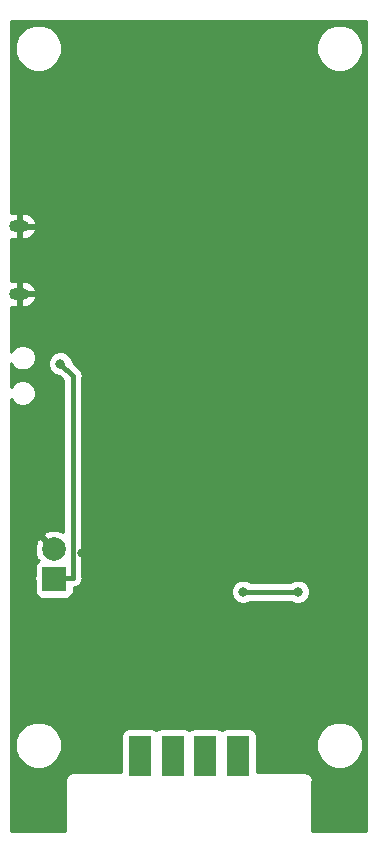
<source format=gbl>
G04 #@! TF.GenerationSoftware,KiCad,Pcbnew,5.0.2-bee76a0~70~ubuntu16.04.1*
G04 #@! TF.CreationDate,2020-11-05T23:54:09+01:00*
G04 #@! TF.ProjectId,BTSerialClient,42545365-7269-4616-9c43-6c69656e742e,rev?*
G04 #@! TF.SameCoordinates,Original*
G04 #@! TF.FileFunction,Copper,L2,Bot*
G04 #@! TF.FilePolarity,Positive*
%FSLAX46Y46*%
G04 Gerber Fmt 4.6, Leading zero omitted, Abs format (unit mm)*
G04 Created by KiCad (PCBNEW 5.0.2-bee76a0~70~ubuntu16.04.1) date tor  5 nov 2020 23:54:09*
%MOMM*%
%LPD*%
G01*
G04 APERTURE LIST*
G04 #@! TA.AperFunction,ComponentPad*
%ADD10O,1.700000X1.000000*%
G04 #@! TD*
G04 #@! TA.AperFunction,ComponentPad*
%ADD11C,0.500000*%
G04 #@! TD*
G04 #@! TA.AperFunction,ComponentPad*
%ADD12R,2.000000X2.000000*%
G04 #@! TD*
G04 #@! TA.AperFunction,ComponentPad*
%ADD13C,2.000000*%
G04 #@! TD*
G04 #@! TA.AperFunction,SMDPad,CuDef*
%ADD14R,1.846667X3.480000*%
G04 #@! TD*
G04 #@! TA.AperFunction,ViaPad*
%ADD15C,0.800000*%
G04 #@! TD*
G04 #@! TA.AperFunction,Conductor*
%ADD16C,0.400000*%
G04 #@! TD*
G04 #@! TA.AperFunction,Conductor*
%ADD17C,0.254000*%
G04 #@! TD*
G04 APERTURE END LIST*
D10*
G04 #@! TO.P,J1,6*
G04 #@! TO.N,GND*
X106770640Y-58807680D03*
X106770640Y-53057680D03*
D11*
X109120640Y-57932680D03*
X109120640Y-53932680D03*
G04 #@! TD*
D12*
G04 #@! TO.P,BT1,1*
G04 #@! TO.N,BatteryPower*
X109743240Y-82961480D03*
D13*
G04 #@! TO.P,BT1,2*
G04 #@! TO.N,GND*
X109743240Y-80421480D03*
G04 #@! TD*
D14*
G04 #@! TO.P,J2,6*
G04 #@! TO.N,Net-(J2-Pad6)*
X117015700Y-97947600D03*
G04 #@! TO.P,J2,7*
G04 #@! TO.N,Net-(J2-Pad7)*
X119785700Y-97947600D03*
G04 #@! TO.P,J2,8*
G04 #@! TO.N,Net-(J2-Pad8)*
X122555700Y-97947600D03*
G04 #@! TO.P,J2,9*
G04 #@! TO.N,Net-(J2-Pad9)*
X125325700Y-97947600D03*
G04 #@! TD*
D15*
G04 #@! TO.N,BatteryPower*
X110269481Y-64705681D03*
G04 #@! TO.N,GND*
X130550920Y-39151560D03*
X134508240Y-42768520D03*
X131079240Y-45928280D03*
X135219440Y-61300360D03*
X130281680Y-64983360D03*
X123687840Y-57617360D03*
X133451600Y-85714840D03*
X133451600Y-91694000D03*
X131070000Y-93670000D03*
X111250000Y-94390000D03*
X116260880Y-91038680D03*
X117485160Y-78907640D03*
X126009400Y-72405240D03*
X115478560Y-76154280D03*
X108132880Y-71887080D03*
X115529360Y-67076320D03*
X114315240Y-61655960D03*
X108666280Y-46725840D03*
X124668280Y-68244720D03*
X121173240Y-64485520D03*
X122301000Y-72369680D03*
X114447320Y-70185280D03*
X112770920Y-74493120D03*
X116291360Y-83855560D03*
X107080000Y-94850000D03*
X108793280Y-85531960D03*
X112102810Y-80719736D03*
X115001040Y-55996840D03*
X131033520Y-79496920D03*
X131739640Y-78033880D03*
X116413280Y-55996840D03*
X118709440Y-72704960D03*
X110220760Y-36240720D03*
X124690000Y-85890000D03*
X123590000Y-87020000D03*
X108600000Y-101860000D03*
X133990000Y-101860000D03*
G04 #@! TO.N,LED*
X130370000Y-84020000D03*
X125730000Y-84020000D03*
G04 #@! TD*
D16*
G04 #@! TO.N,BatteryPower*
X111302800Y-82817959D02*
X111302800Y-65739000D01*
X111302800Y-65739000D02*
X110269481Y-64705681D01*
X108869480Y-82817960D02*
X111302800Y-82817959D01*
G04 #@! TO.N,LED*
X130370000Y-84020000D02*
X125730000Y-84020000D01*
G04 #@! TD*
D17*
G04 #@! TO.N,GND*
G36*
X136190001Y-104290000D02*
X131610000Y-104290000D01*
X131610000Y-100069926D01*
X131623909Y-100000000D01*
X131568805Y-99722972D01*
X131411881Y-99488119D01*
X131177028Y-99331195D01*
X130969926Y-99290000D01*
X130969925Y-99290000D01*
X130900000Y-99276091D01*
X130830074Y-99290000D01*
X126896473Y-99290000D01*
X126896473Y-96605159D01*
X131915000Y-96605159D01*
X131915000Y-97394841D01*
X132217199Y-98124412D01*
X132775588Y-98682801D01*
X133505159Y-98985000D01*
X134294841Y-98985000D01*
X135024412Y-98682801D01*
X135582801Y-98124412D01*
X135885000Y-97394841D01*
X135885000Y-96605159D01*
X135582801Y-95875588D01*
X135024412Y-95317199D01*
X134294841Y-95015000D01*
X133505159Y-95015000D01*
X132775588Y-95317199D01*
X132217199Y-95875588D01*
X131915000Y-96605159D01*
X126896473Y-96605159D01*
X126896473Y-96207600D01*
X126847190Y-95959835D01*
X126706842Y-95749791D01*
X126496798Y-95609443D01*
X126249033Y-95560160D01*
X124402367Y-95560160D01*
X124154602Y-95609443D01*
X123944558Y-95749791D01*
X123940700Y-95755565D01*
X123936842Y-95749791D01*
X123726798Y-95609443D01*
X123479033Y-95560160D01*
X121632367Y-95560160D01*
X121384602Y-95609443D01*
X121174558Y-95749791D01*
X121170700Y-95755565D01*
X121166842Y-95749791D01*
X120956798Y-95609443D01*
X120709033Y-95560160D01*
X118862367Y-95560160D01*
X118614602Y-95609443D01*
X118404558Y-95749791D01*
X118400700Y-95755565D01*
X118396842Y-95749791D01*
X118186798Y-95609443D01*
X117939033Y-95560160D01*
X116092367Y-95560160D01*
X115844602Y-95609443D01*
X115634558Y-95749791D01*
X115494210Y-95959835D01*
X115444927Y-96207600D01*
X115444927Y-99290000D01*
X111469925Y-99290000D01*
X111400000Y-99276091D01*
X111330074Y-99290000D01*
X111122972Y-99331195D01*
X110888119Y-99488119D01*
X110731195Y-99722972D01*
X110676091Y-100000000D01*
X110690000Y-100069926D01*
X110690001Y-104290000D01*
X106110000Y-104290000D01*
X106110000Y-96605159D01*
X106415000Y-96605159D01*
X106415000Y-97394841D01*
X106717199Y-98124412D01*
X107275588Y-98682801D01*
X108005159Y-98985000D01*
X108794841Y-98985000D01*
X109524412Y-98682801D01*
X110082801Y-98124412D01*
X110385000Y-97394841D01*
X110385000Y-96605159D01*
X110082801Y-95875588D01*
X109524412Y-95317199D01*
X108794841Y-95015000D01*
X108005159Y-95015000D01*
X107275588Y-95317199D01*
X106717199Y-95875588D01*
X106415000Y-96605159D01*
X106110000Y-96605159D01*
X106110000Y-82817960D01*
X108018123Y-82817960D01*
X108082929Y-83143761D01*
X108095800Y-83163024D01*
X108095800Y-83961480D01*
X108145083Y-84209245D01*
X108285431Y-84419289D01*
X108495475Y-84559637D01*
X108743240Y-84608920D01*
X110743240Y-84608920D01*
X110991005Y-84559637D01*
X111201049Y-84419289D01*
X111341397Y-84209245D01*
X111390680Y-83961480D01*
X111390680Y-83814126D01*
X124695000Y-83814126D01*
X124695000Y-84225874D01*
X124852569Y-84606280D01*
X125143720Y-84897431D01*
X125524126Y-85055000D01*
X125935874Y-85055000D01*
X126316280Y-84897431D01*
X126358711Y-84855000D01*
X129741289Y-84855000D01*
X129783720Y-84897431D01*
X130164126Y-85055000D01*
X130575874Y-85055000D01*
X130956280Y-84897431D01*
X131247431Y-84606280D01*
X131405000Y-84225874D01*
X131405000Y-83814126D01*
X131247431Y-83433720D01*
X130956280Y-83142569D01*
X130575874Y-82985000D01*
X130164126Y-82985000D01*
X129783720Y-83142569D01*
X129741289Y-83185000D01*
X126358711Y-83185000D01*
X126316280Y-83142569D01*
X125935874Y-82985000D01*
X125524126Y-82985000D01*
X125143720Y-83142569D01*
X124852569Y-83433720D01*
X124695000Y-83814126D01*
X111390680Y-83814126D01*
X111390680Y-83651836D01*
X111628600Y-83604511D01*
X111904801Y-83419960D01*
X112089352Y-83143760D01*
X112137800Y-82900196D01*
X112137800Y-82900192D01*
X112154157Y-82817959D01*
X112137800Y-82735727D01*
X112137800Y-65821237D01*
X112154158Y-65739000D01*
X112089352Y-65413200D01*
X112089352Y-65413199D01*
X111904801Y-65136999D01*
X111835082Y-65090415D01*
X111304481Y-64559814D01*
X111304481Y-64499807D01*
X111146912Y-64119401D01*
X110855761Y-63828250D01*
X110475355Y-63670681D01*
X110063607Y-63670681D01*
X109683201Y-63828250D01*
X109392050Y-64119401D01*
X109234481Y-64499807D01*
X109234481Y-64911555D01*
X109392050Y-65291961D01*
X109683201Y-65583112D01*
X110063607Y-65740681D01*
X110123614Y-65740681D01*
X110467801Y-66084869D01*
X110467800Y-78946476D01*
X110007779Y-78775572D01*
X109357780Y-78799624D01*
X108868976Y-79002093D01*
X108770313Y-79268948D01*
X109743240Y-80241875D01*
X109757383Y-80227733D01*
X109936988Y-80407338D01*
X109922845Y-80421480D01*
X109936988Y-80435623D01*
X109757383Y-80615228D01*
X109743240Y-80601085D01*
X109729098Y-80615228D01*
X109549493Y-80435623D01*
X109563635Y-80421480D01*
X108590708Y-79448553D01*
X108323853Y-79547216D01*
X108097332Y-80156941D01*
X108121384Y-80806940D01*
X108323853Y-81295744D01*
X108502731Y-81361880D01*
X108495475Y-81363323D01*
X108285431Y-81503671D01*
X108145083Y-81713715D01*
X108095800Y-81961480D01*
X108095800Y-82472896D01*
X108082928Y-82492160D01*
X108018123Y-82817960D01*
X106110000Y-82817960D01*
X106110000Y-67675880D01*
X106166782Y-67812963D01*
X106471997Y-68118178D01*
X106870780Y-68283360D01*
X107302420Y-68283360D01*
X107701203Y-68118178D01*
X108006418Y-67812963D01*
X108171600Y-67414180D01*
X108171600Y-66982540D01*
X108006418Y-66583757D01*
X107701203Y-66278542D01*
X107302420Y-66113360D01*
X106870780Y-66113360D01*
X106471997Y-66278542D01*
X106166782Y-66583757D01*
X106110000Y-66720840D01*
X106110000Y-64675880D01*
X106166782Y-64812963D01*
X106471997Y-65118178D01*
X106870780Y-65283360D01*
X107302420Y-65283360D01*
X107701203Y-65118178D01*
X108006418Y-64812963D01*
X108171600Y-64414180D01*
X108171600Y-63982540D01*
X108006418Y-63583757D01*
X107701203Y-63278542D01*
X107302420Y-63113360D01*
X106870780Y-63113360D01*
X106471997Y-63278542D01*
X106166782Y-63583757D01*
X106110000Y-63720840D01*
X106110000Y-59884304D01*
X106293640Y-59942680D01*
X106643640Y-59942680D01*
X106643640Y-58934680D01*
X106897640Y-58934680D01*
X106897640Y-59942680D01*
X107247640Y-59942680D01*
X107672318Y-59807682D01*
X108013008Y-59520443D01*
X108214759Y-59109554D01*
X108088594Y-58934680D01*
X106897640Y-58934680D01*
X106643640Y-58934680D01*
X106623640Y-58934680D01*
X106623640Y-58680680D01*
X106643640Y-58680680D01*
X106643640Y-57672680D01*
X106897640Y-57672680D01*
X106897640Y-58680680D01*
X108088594Y-58680680D01*
X108214759Y-58505806D01*
X108013008Y-58094917D01*
X107672318Y-57807678D01*
X107247640Y-57672680D01*
X106897640Y-57672680D01*
X106643640Y-57672680D01*
X106293640Y-57672680D01*
X106110000Y-57731056D01*
X106110000Y-54134304D01*
X106293640Y-54192680D01*
X106643640Y-54192680D01*
X106643640Y-53184680D01*
X106897640Y-53184680D01*
X106897640Y-54192680D01*
X107247640Y-54192680D01*
X107672318Y-54057682D01*
X108013008Y-53770443D01*
X108214759Y-53359554D01*
X108088594Y-53184680D01*
X106897640Y-53184680D01*
X106643640Y-53184680D01*
X106623640Y-53184680D01*
X106623640Y-52930680D01*
X106643640Y-52930680D01*
X106643640Y-51922680D01*
X106897640Y-51922680D01*
X106897640Y-52930680D01*
X108088594Y-52930680D01*
X108214759Y-52755806D01*
X108013008Y-52344917D01*
X107672318Y-52057678D01*
X107247640Y-51922680D01*
X106897640Y-51922680D01*
X106643640Y-51922680D01*
X106293640Y-51922680D01*
X106110000Y-51981056D01*
X106110000Y-37605159D01*
X106415000Y-37605159D01*
X106415000Y-38394841D01*
X106717199Y-39124412D01*
X107275588Y-39682801D01*
X108005159Y-39985000D01*
X108794841Y-39985000D01*
X109524412Y-39682801D01*
X110082801Y-39124412D01*
X110385000Y-38394841D01*
X110385000Y-37605159D01*
X131915000Y-37605159D01*
X131915000Y-38394841D01*
X132217199Y-39124412D01*
X132775588Y-39682801D01*
X133505159Y-39985000D01*
X134294841Y-39985000D01*
X135024412Y-39682801D01*
X135582801Y-39124412D01*
X135885000Y-38394841D01*
X135885000Y-37605159D01*
X135582801Y-36875588D01*
X135024412Y-36317199D01*
X134294841Y-36015000D01*
X133505159Y-36015000D01*
X132775588Y-36317199D01*
X132217199Y-36875588D01*
X131915000Y-37605159D01*
X110385000Y-37605159D01*
X110082801Y-36875588D01*
X109524412Y-36317199D01*
X108794841Y-36015000D01*
X108005159Y-36015000D01*
X107275588Y-36317199D01*
X106717199Y-36875588D01*
X106415000Y-37605159D01*
X106110000Y-37605159D01*
X106110000Y-35710000D01*
X136190000Y-35710000D01*
X136190001Y-104290000D01*
X136190001Y-104290000D01*
G37*
X136190001Y-104290000D02*
X131610000Y-104290000D01*
X131610000Y-100069926D01*
X131623909Y-100000000D01*
X131568805Y-99722972D01*
X131411881Y-99488119D01*
X131177028Y-99331195D01*
X130969926Y-99290000D01*
X130969925Y-99290000D01*
X130900000Y-99276091D01*
X130830074Y-99290000D01*
X126896473Y-99290000D01*
X126896473Y-96605159D01*
X131915000Y-96605159D01*
X131915000Y-97394841D01*
X132217199Y-98124412D01*
X132775588Y-98682801D01*
X133505159Y-98985000D01*
X134294841Y-98985000D01*
X135024412Y-98682801D01*
X135582801Y-98124412D01*
X135885000Y-97394841D01*
X135885000Y-96605159D01*
X135582801Y-95875588D01*
X135024412Y-95317199D01*
X134294841Y-95015000D01*
X133505159Y-95015000D01*
X132775588Y-95317199D01*
X132217199Y-95875588D01*
X131915000Y-96605159D01*
X126896473Y-96605159D01*
X126896473Y-96207600D01*
X126847190Y-95959835D01*
X126706842Y-95749791D01*
X126496798Y-95609443D01*
X126249033Y-95560160D01*
X124402367Y-95560160D01*
X124154602Y-95609443D01*
X123944558Y-95749791D01*
X123940700Y-95755565D01*
X123936842Y-95749791D01*
X123726798Y-95609443D01*
X123479033Y-95560160D01*
X121632367Y-95560160D01*
X121384602Y-95609443D01*
X121174558Y-95749791D01*
X121170700Y-95755565D01*
X121166842Y-95749791D01*
X120956798Y-95609443D01*
X120709033Y-95560160D01*
X118862367Y-95560160D01*
X118614602Y-95609443D01*
X118404558Y-95749791D01*
X118400700Y-95755565D01*
X118396842Y-95749791D01*
X118186798Y-95609443D01*
X117939033Y-95560160D01*
X116092367Y-95560160D01*
X115844602Y-95609443D01*
X115634558Y-95749791D01*
X115494210Y-95959835D01*
X115444927Y-96207600D01*
X115444927Y-99290000D01*
X111469925Y-99290000D01*
X111400000Y-99276091D01*
X111330074Y-99290000D01*
X111122972Y-99331195D01*
X110888119Y-99488119D01*
X110731195Y-99722972D01*
X110676091Y-100000000D01*
X110690000Y-100069926D01*
X110690001Y-104290000D01*
X106110000Y-104290000D01*
X106110000Y-96605159D01*
X106415000Y-96605159D01*
X106415000Y-97394841D01*
X106717199Y-98124412D01*
X107275588Y-98682801D01*
X108005159Y-98985000D01*
X108794841Y-98985000D01*
X109524412Y-98682801D01*
X110082801Y-98124412D01*
X110385000Y-97394841D01*
X110385000Y-96605159D01*
X110082801Y-95875588D01*
X109524412Y-95317199D01*
X108794841Y-95015000D01*
X108005159Y-95015000D01*
X107275588Y-95317199D01*
X106717199Y-95875588D01*
X106415000Y-96605159D01*
X106110000Y-96605159D01*
X106110000Y-82817960D01*
X108018123Y-82817960D01*
X108082929Y-83143761D01*
X108095800Y-83163024D01*
X108095800Y-83961480D01*
X108145083Y-84209245D01*
X108285431Y-84419289D01*
X108495475Y-84559637D01*
X108743240Y-84608920D01*
X110743240Y-84608920D01*
X110991005Y-84559637D01*
X111201049Y-84419289D01*
X111341397Y-84209245D01*
X111390680Y-83961480D01*
X111390680Y-83814126D01*
X124695000Y-83814126D01*
X124695000Y-84225874D01*
X124852569Y-84606280D01*
X125143720Y-84897431D01*
X125524126Y-85055000D01*
X125935874Y-85055000D01*
X126316280Y-84897431D01*
X126358711Y-84855000D01*
X129741289Y-84855000D01*
X129783720Y-84897431D01*
X130164126Y-85055000D01*
X130575874Y-85055000D01*
X130956280Y-84897431D01*
X131247431Y-84606280D01*
X131405000Y-84225874D01*
X131405000Y-83814126D01*
X131247431Y-83433720D01*
X130956280Y-83142569D01*
X130575874Y-82985000D01*
X130164126Y-82985000D01*
X129783720Y-83142569D01*
X129741289Y-83185000D01*
X126358711Y-83185000D01*
X126316280Y-83142569D01*
X125935874Y-82985000D01*
X125524126Y-82985000D01*
X125143720Y-83142569D01*
X124852569Y-83433720D01*
X124695000Y-83814126D01*
X111390680Y-83814126D01*
X111390680Y-83651836D01*
X111628600Y-83604511D01*
X111904801Y-83419960D01*
X112089352Y-83143760D01*
X112137800Y-82900196D01*
X112137800Y-82900192D01*
X112154157Y-82817959D01*
X112137800Y-82735727D01*
X112137800Y-65821237D01*
X112154158Y-65739000D01*
X112089352Y-65413200D01*
X112089352Y-65413199D01*
X111904801Y-65136999D01*
X111835082Y-65090415D01*
X111304481Y-64559814D01*
X111304481Y-64499807D01*
X111146912Y-64119401D01*
X110855761Y-63828250D01*
X110475355Y-63670681D01*
X110063607Y-63670681D01*
X109683201Y-63828250D01*
X109392050Y-64119401D01*
X109234481Y-64499807D01*
X109234481Y-64911555D01*
X109392050Y-65291961D01*
X109683201Y-65583112D01*
X110063607Y-65740681D01*
X110123614Y-65740681D01*
X110467801Y-66084869D01*
X110467800Y-78946476D01*
X110007779Y-78775572D01*
X109357780Y-78799624D01*
X108868976Y-79002093D01*
X108770313Y-79268948D01*
X109743240Y-80241875D01*
X109757383Y-80227733D01*
X109936988Y-80407338D01*
X109922845Y-80421480D01*
X109936988Y-80435623D01*
X109757383Y-80615228D01*
X109743240Y-80601085D01*
X109729098Y-80615228D01*
X109549493Y-80435623D01*
X109563635Y-80421480D01*
X108590708Y-79448553D01*
X108323853Y-79547216D01*
X108097332Y-80156941D01*
X108121384Y-80806940D01*
X108323853Y-81295744D01*
X108502731Y-81361880D01*
X108495475Y-81363323D01*
X108285431Y-81503671D01*
X108145083Y-81713715D01*
X108095800Y-81961480D01*
X108095800Y-82472896D01*
X108082928Y-82492160D01*
X108018123Y-82817960D01*
X106110000Y-82817960D01*
X106110000Y-67675880D01*
X106166782Y-67812963D01*
X106471997Y-68118178D01*
X106870780Y-68283360D01*
X107302420Y-68283360D01*
X107701203Y-68118178D01*
X108006418Y-67812963D01*
X108171600Y-67414180D01*
X108171600Y-66982540D01*
X108006418Y-66583757D01*
X107701203Y-66278542D01*
X107302420Y-66113360D01*
X106870780Y-66113360D01*
X106471997Y-66278542D01*
X106166782Y-66583757D01*
X106110000Y-66720840D01*
X106110000Y-64675880D01*
X106166782Y-64812963D01*
X106471997Y-65118178D01*
X106870780Y-65283360D01*
X107302420Y-65283360D01*
X107701203Y-65118178D01*
X108006418Y-64812963D01*
X108171600Y-64414180D01*
X108171600Y-63982540D01*
X108006418Y-63583757D01*
X107701203Y-63278542D01*
X107302420Y-63113360D01*
X106870780Y-63113360D01*
X106471997Y-63278542D01*
X106166782Y-63583757D01*
X106110000Y-63720840D01*
X106110000Y-59884304D01*
X106293640Y-59942680D01*
X106643640Y-59942680D01*
X106643640Y-58934680D01*
X106897640Y-58934680D01*
X106897640Y-59942680D01*
X107247640Y-59942680D01*
X107672318Y-59807682D01*
X108013008Y-59520443D01*
X108214759Y-59109554D01*
X108088594Y-58934680D01*
X106897640Y-58934680D01*
X106643640Y-58934680D01*
X106623640Y-58934680D01*
X106623640Y-58680680D01*
X106643640Y-58680680D01*
X106643640Y-57672680D01*
X106897640Y-57672680D01*
X106897640Y-58680680D01*
X108088594Y-58680680D01*
X108214759Y-58505806D01*
X108013008Y-58094917D01*
X107672318Y-57807678D01*
X107247640Y-57672680D01*
X106897640Y-57672680D01*
X106643640Y-57672680D01*
X106293640Y-57672680D01*
X106110000Y-57731056D01*
X106110000Y-54134304D01*
X106293640Y-54192680D01*
X106643640Y-54192680D01*
X106643640Y-53184680D01*
X106897640Y-53184680D01*
X106897640Y-54192680D01*
X107247640Y-54192680D01*
X107672318Y-54057682D01*
X108013008Y-53770443D01*
X108214759Y-53359554D01*
X108088594Y-53184680D01*
X106897640Y-53184680D01*
X106643640Y-53184680D01*
X106623640Y-53184680D01*
X106623640Y-52930680D01*
X106643640Y-52930680D01*
X106643640Y-51922680D01*
X106897640Y-51922680D01*
X106897640Y-52930680D01*
X108088594Y-52930680D01*
X108214759Y-52755806D01*
X108013008Y-52344917D01*
X107672318Y-52057678D01*
X107247640Y-51922680D01*
X106897640Y-51922680D01*
X106643640Y-51922680D01*
X106293640Y-51922680D01*
X106110000Y-51981056D01*
X106110000Y-37605159D01*
X106415000Y-37605159D01*
X106415000Y-38394841D01*
X106717199Y-39124412D01*
X107275588Y-39682801D01*
X108005159Y-39985000D01*
X108794841Y-39985000D01*
X109524412Y-39682801D01*
X110082801Y-39124412D01*
X110385000Y-38394841D01*
X110385000Y-37605159D01*
X131915000Y-37605159D01*
X131915000Y-38394841D01*
X132217199Y-39124412D01*
X132775588Y-39682801D01*
X133505159Y-39985000D01*
X134294841Y-39985000D01*
X135024412Y-39682801D01*
X135582801Y-39124412D01*
X135885000Y-38394841D01*
X135885000Y-37605159D01*
X135582801Y-36875588D01*
X135024412Y-36317199D01*
X134294841Y-36015000D01*
X133505159Y-36015000D01*
X132775588Y-36317199D01*
X132217199Y-36875588D01*
X131915000Y-37605159D01*
X110385000Y-37605159D01*
X110082801Y-36875588D01*
X109524412Y-36317199D01*
X108794841Y-36015000D01*
X108005159Y-36015000D01*
X107275588Y-36317199D01*
X106717199Y-36875588D01*
X106415000Y-37605159D01*
X106110000Y-37605159D01*
X106110000Y-35710000D01*
X136190000Y-35710000D01*
X136190001Y-104290000D01*
G04 #@! TD*
M02*

</source>
